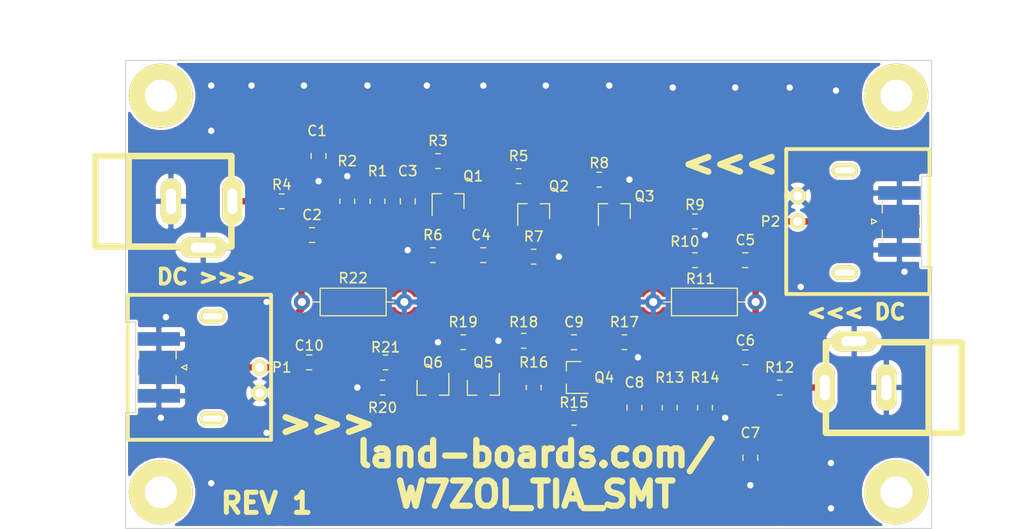
<source format=kicad_pcb>
(kicad_pcb (version 20171130) (host pcbnew "(5.1.10)-1")
  (layers (0 F.Cu signal) (31 B.Cu signal) (34 B.Paste user) (35 F.Paste user) (36 B.SilkS user) (37 F.SilkS user) (38 B.Mask user) (39 F.Mask user) (44 Edge.Cuts user))
  (net 0 "")
  (net 1 GND)
  (net 2 /V1)
  (net 3 "Net-(C3-Pad1)")
  (net 4 /V5)
  (net 5 "Net-(C8-Pad1)")
  (net 6 /V3)
  (net 7 /V4)
  (net 8 /V6)
  (net 9 /V7)
  (net 10 /V10)
  (net 11 /V8)
  (net 12 /V9)
  (net 13 /V2)
  (net 14 VCCRL)
  (net 15 VINLR)
  (net 16 VOUTLR)
  (net 17 /V2A)
  (net 18 /V7A)
  (net 19 /VCCLRF)
  (net 20 /VCCRLF)
  (net 21 VCCLR)
  (net 22 "Net-(Q3-Pad2)")
  (net 23 "Net-(Q6-Pad2)")
  (module Resistor_SMD:R_0805_2012Metric_Pad1.20x1.40mm_HandSolder (layer F.Cu) (at 279.44 97.5346 180)
    (fp_text reference R12 (at 0 2) (layer F.SilkS))
    (fp_text value 10)
    (fp_line (start -0.227064 0.735) (end 0.227064 0.735) (layer F.SilkS) (width 0.12))
    (fp_line (start -0.227064 -0.735) (end 0.227064 -0.735) (layer F.SilkS) (width 0.12))
    (pad 1 smd roundrect (at -1 0 180) (size 1.2 1.4) (layers F.Cu F.Paste F.Mask) (roundrect_rratio 0.2083325) (net 14 VCCRL))
    (pad 2 smd roundrect (at 1 0 180) (size 1.2 1.4) (layers F.Cu F.Paste F.Mask) (roundrect_rratio 0.2083325) (net 20 /VCCRLF))
  )
  (module Resistor_THT:R_Axial_DIN0207_L6.3mm_D2.5mm_P10.16mm_Horizontal (layer F.Cu) (at 277.065 89.0346 180)
    (fp_text reference R11 (at 5.475 2.3) (layer F.SilkS))
    (fp_text value 50)
    (fp_line (start 9.12 0) (end 8.35 0) (layer F.SilkS) (width 0.12))
    (fp_line (start 1.04 0) (end 1.81 0) (layer F.SilkS) (width 0.12))
    (fp_line (start 8.35 -1.37) (end 1.81 -1.37) (layer F.SilkS) (width 0.12))
    (fp_line (start 8.35 1.37) (end 8.35 -1.37) (layer F.SilkS) (width 0.12))
    (fp_line (start 1.81 1.37) (end 8.35 1.37) (layer F.SilkS) (width 0.12))
    (fp_line (start 1.81 -1.37) (end 1.81 1.37) (layer F.SilkS) (width 0.12))
    (pad 1 thru_hole circle (at 0 0 180) (size 1.6 1.6) (drill 0.8) (layers *.Cu *.Mask) (net 16 VOUTLR))
    (pad 2 thru_hole oval (at 10.16 0 180) (size 1.6 1.6) (drill 0.8) (layers *.Cu *.Mask) (net 1 GND))
  )
  (module Connector_Coaxial:SMA_Samtec_SMA-J-P-X-ST-EM1_EdgeMount (layer F.Cu) (at 217.84 95.5346 270)
    (fp_text reference P1 (at 0 -12.2 180) (layer F.SilkS))
    (fp_text value BNC)
    (fp_line (start -0.25 -2.76) (end 0 -2.26) (layer F.SilkS) (width 0.12))
    (fp_line (start 0.25 -2.76) (end -0.25 -2.76) (layer F.SilkS) (width 0.12))
    (fp_line (start 0 -2.26) (end 0.25 -2.76) (layer F.SilkS) (width 0.12))
    (fp_line (start -1.95 2) (end -0.84 2) (layer F.SilkS) (width 0.12))
    (fp_line (start 0.84 2) (end 1.95 2) (layer F.SilkS) (width 0.12))
    (fp_line (start -1.95 -1.71) (end -0.84 -1.71) (layer F.SilkS) (width 0.12))
    (fp_line (start 0.84 -1.71) (end 1.95 -1.71) (layer F.SilkS) (width 0.12))
    (pad 2 smd rect (at -2.825 0 270) (size 1.35 4.2) (layers B.Cu B.Paste B.Mask) (net 1 GND))
    (pad 2 smd rect (at 2.825 0 270) (size 1.35 4.2) (layers B.Cu B.Paste B.Mask) (net 1 GND))
    (pad 2 smd rect (at -2.825 0 270) (size 1.35 4.2) (layers F.Cu F.Paste F.Mask) (net 1 GND))
    (pad 2 smd rect (at 2.825 0 270) (size 1.35 4.2) (layers F.Cu F.Paste F.Mask) (net 1 GND))
    (pad 1 smd rect (at 0 0.2 270) (size 1.27 3.6) (layers F.Cu F.Paste F.Mask) (net 15 VINLR))
  )
  (module Connector_Coaxial:SMA_Samtec_SMA-J-P-X-ST-EM1_EdgeMount (layer F.Cu) (at 291.34 81.0346 90)
    (fp_text reference P2 (at 0 -12.8 180) (layer F.SilkS))
    (fp_text value BNC)
    (fp_line (start 0.84 -1.71) (end 1.95 -1.71) (layer F.SilkS) (width 0.12))
    (fp_line (start -1.95 -1.71) (end -0.84 -1.71) (layer F.SilkS) (width 0.12))
    (fp_line (start 0.84 2) (end 1.95 2) (layer F.SilkS) (width 0.12))
    (fp_line (start -1.95 2) (end -0.84 2) (layer F.SilkS) (width 0.12))
    (fp_line (start 0 -2.26) (end 0.25 -2.76) (layer F.SilkS) (width 0.12))
    (fp_line (start 0.25 -2.76) (end -0.25 -2.76) (layer F.SilkS) (width 0.12))
    (fp_line (start -0.25 -2.76) (end 0 -2.26) (layer F.SilkS) (width 0.12))
    (pad 1 smd rect (at 0 0.2 90) (size 1.27 3.6) (layers F.Cu F.Paste F.Mask) (net 16 VOUTLR))
    (pad 2 smd rect (at 2.825 0 90) (size 1.35 4.2) (layers F.Cu F.Paste F.Mask) (net 1 GND))
    (pad 2 smd rect (at -2.825 0 90) (size 1.35 4.2) (layers F.Cu F.Paste F.Mask) (net 1 GND))
    (pad 2 smd rect (at 2.825 0 90) (size 1.35 4.2) (layers B.Cu B.Paste B.Mask) (net 1 GND))
    (pad 2 smd rect (at -2.825 0 90) (size 1.35 4.2) (layers B.Cu B.Paste B.Mask) (net 1 GND))
  )
  (module LandBoards_Conns:BNC-RT-OVAL_MTG (layer F.Cu) (at 227.84 95.5346 90)
    (fp_text reference P3 hide)
    (fp_text value BNC hide)
    (fp_line (start -7.1882 1.13538) (end 7.21106 1.13538) (layer F.SilkS) (width 0.381))
    (fp_line (start 7.21106 -13.08354) (end 7.21106 1.1176) (layer F.SilkS) (width 0.381))
    (fp_line (start -7.19328 -13.07846) (end 7.20598 -13.07846) (layer F.SilkS) (width 0.381))
    (fp_line (start -7.1882 1.1176) (end -7.1882 -13.08354) (layer F.SilkS) (width 0.381))
    (pad 1 thru_hole circle (at 0 0 90) (size 1.5748 1.5748) (drill 0.889) (layers *.Cu *.Mask F.SilkS) (net 15 VINLR))
    (pad 2 thru_hole circle (at -2.54 0 90) (size 1.651 1.651) (drill 0.889) (layers *.Cu *.Mask F.SilkS) (net 1 GND))
    (pad "" thru_hole oval (at -5.08 -4.68 90) (size 1.4 2.6) (drill oval 0.6 2.00914) (layers *.Cu *.Mask F.SilkS))
    (pad "" thru_hole oval (at 5.08 -4.68 90) (size 1.4 2.6) (drill oval 0.6 2.00914) (layers *.Cu *.Mask F.SilkS))
  )
  (module LandBoards_Conns:BNC-RT-OVAL_MTG (layer F.Cu) (at 281.24 81.0346 270)
    (fp_text reference P4 hide)
    (fp_text value BNC hide)
    (fp_line (start -7.1882 1.1176) (end -7.1882 -13.08354) (layer F.SilkS) (width 0.381))
    (fp_line (start -7.19328 -13.07846) (end 7.20598 -13.07846) (layer F.SilkS) (width 0.381))
    (fp_line (start 7.21106 -13.08354) (end 7.21106 1.1176) (layer F.SilkS) (width 0.381))
    (fp_line (start -7.1882 1.13538) (end 7.21106 1.13538) (layer F.SilkS) (width 0.381))
    (pad "" thru_hole oval (at 5.08 -4.68 270) (size 1.4 2.6) (drill oval 0.6 2.00914) (layers *.Cu *.Mask F.SilkS))
    (pad "" thru_hole oval (at -5.08 -4.68 270) (size 1.4 2.6) (drill oval 0.6 2.00914) (layers *.Cu *.Mask F.SilkS))
    (pad 2 thru_hole circle (at -2.54 0 270) (size 1.651 1.651) (drill 0.889) (layers *.Cu *.Mask F.SilkS) (net 1 GND))
    (pad 1 thru_hole circle (at 0 0 270) (size 1.5748 1.5748) (drill 0.889) (layers *.Cu *.Mask F.SilkS) (net 16 VOUTLR))
  )
  (module Capacitor_SMD:C_0805_2012Metric_Pad1.18x1.45mm_HandSolder (layer F.Cu) (at 233.69 74.5346 270)
    (fp_text reference C1 (at -2.5 0.15 180) (layer F.SilkS))
    (fp_text value 0.1u)
    (fp_line (start -0.261252 0.735) (end 0.261252 0.735) (layer F.SilkS) (width 0.12))
    (fp_line (start -0.261252 -0.735) (end 0.261252 -0.735) (layer F.SilkS) (width 0.12))
    (pad 1 smd roundrect (at -1.0375 0 270) (size 1.175 1.45) (layers F.Cu F.Paste F.Mask) (roundrect_rratio 0.2127659574468085) (net 19 /VCCLRF))
    (pad 2 smd roundrect (at 1.0375 0 270) (size 1.175 1.45) (layers F.Cu F.Paste F.Mask) (roundrect_rratio 0.2127659574468085) (net 1 GND))
  )
  (module Capacitor_SMD:C_0805_2012Metric_Pad1.18x1.45mm_HandSolder (layer F.Cu) (at 233.04 82.3846 180)
    (fp_text reference C2 (at 0 2) (layer F.SilkS))
    (fp_text value 0.1u)
    (fp_line (start -0.261252 -0.735) (end 0.261252 -0.735) (layer F.SilkS) (width 0.12))
    (fp_line (start -0.261252 0.735) (end 0.261252 0.735) (layer F.SilkS) (width 0.12))
    (pad 2 smd roundrect (at 1.0375 0 180) (size 1.175 1.45) (layers F.Cu F.Paste F.Mask) (roundrect_rratio 0.2127659574468085) (net 15 VINLR))
    (pad 1 smd roundrect (at -1.0375 0 180) (size 1.175 1.45) (layers F.Cu F.Paste F.Mask) (roundrect_rratio 0.2127659574468085) (net 2 /V1))
  )
  (module Capacitor_SMD:C_0805_2012Metric_Pad1.18x1.45mm_HandSolder (layer F.Cu) (at 242.54 79.0346 270)
    (fp_text reference C3 (at -3 0 180) (layer F.SilkS))
    (fp_text value 0.1u)
    (fp_line (start -0.261252 0.735) (end 0.261252 0.735) (layer F.SilkS) (width 0.12))
    (fp_line (start -0.261252 -0.735) (end 0.261252 -0.735) (layer F.SilkS) (width 0.12))
    (pad 1 smd roundrect (at -1.0375 0 270) (size 1.175 1.45) (layers F.Cu F.Paste F.Mask) (roundrect_rratio 0.2127659574468085) (net 3 "Net-(C3-Pad1)"))
    (pad 2 smd roundrect (at 1.0375 0 270) (size 1.175 1.45) (layers F.Cu F.Paste F.Mask) (roundrect_rratio 0.2127659574468085) (net 2 /V1))
  )
  (module Capacitor_SMD:C_0805_2012Metric_Pad1.18x1.45mm_HandSolder (layer F.Cu) (at 250.04 84.3846 180)
    (fp_text reference C4 (at 0.23 2) (layer F.SilkS))
    (fp_text value 0.1u)
    (fp_line (start -0.261252 -0.735) (end 0.261252 -0.735) (layer F.SilkS) (width 0.12))
    (fp_line (start -0.261252 0.735) (end 0.261252 0.735) (layer F.SilkS) (width 0.12))
    (pad 2 smd roundrect (at 1.0375 0 180) (size 1.175 1.45) (layers F.Cu F.Paste F.Mask) (roundrect_rratio 0.2127659574468085) (net 13 /V2))
    (pad 1 smd roundrect (at -1.0375 0 180) (size 1.175 1.45) (layers F.Cu F.Paste F.Mask) (roundrect_rratio 0.2127659574468085) (net 17 /V2A))
  )
  (module Capacitor_SMD:C_0805_2012Metric_Pad1.18x1.45mm_HandSolder (layer F.Cu) (at 276.04 84.8846 180)
    (fp_text reference C5 (at 0 2) (layer F.SilkS))
    (fp_text value 0.1u)
    (fp_line (start -0.261252 -0.735) (end 0.261252 -0.735) (layer F.SilkS) (width 0.12))
    (fp_line (start -0.261252 0.735) (end 0.261252 0.735) (layer F.SilkS) (width 0.12))
    (pad 2 smd roundrect (at 1.0375 0 180) (size 1.175 1.45) (layers F.Cu F.Paste F.Mask) (roundrect_rratio 0.2127659574468085) (net 4 /V5))
    (pad 1 smd roundrect (at -1.0375 0 180) (size 1.175 1.45) (layers F.Cu F.Paste F.Mask) (roundrect_rratio 0.2127659574468085) (net 16 VOUTLR))
  )
  (module Capacitor_SMD:C_0805_2012Metric_Pad1.18x1.45mm_HandSolder (layer F.Cu) (at 276.04 94.5346)
    (fp_text reference C6 (at 0 -1.68) (layer F.SilkS))
    (fp_text value 0.1u)
    (fp_line (start -0.261252 0.735) (end 0.261252 0.735) (layer F.SilkS) (width 0.12))
    (fp_line (start -0.261252 -0.735) (end 0.261252 -0.735) (layer F.SilkS) (width 0.12))
    (pad 1 smd roundrect (at -1.0375 0) (size 1.175 1.45) (layers F.Cu F.Paste F.Mask) (roundrect_rratio 0.2127659574468085) (net 8 /V6))
    (pad 2 smd roundrect (at 1.0375 0) (size 1.175 1.45) (layers F.Cu F.Paste F.Mask) (roundrect_rratio 0.2127659574468085) (net 16 VOUTLR))
  )
  (module Capacitor_SMD:C_0805_2012Metric_Pad1.18x1.45mm_HandSolder (layer F.Cu) (at 276.54 104.5096 270)
    (fp_text reference C7 (at -2.475 0 180) (layer F.SilkS))
    (fp_text value 0.1u)
    (fp_line (start -0.261252 0.735) (end 0.261252 0.735) (layer F.SilkS) (width 0.12))
    (fp_line (start -0.261252 -0.735) (end 0.261252 -0.735) (layer F.SilkS) (width 0.12))
    (pad 1 smd roundrect (at -1.0375 0 270) (size 1.175 1.45) (layers F.Cu F.Paste F.Mask) (roundrect_rratio 0.2127659574468085) (net 20 /VCCRLF))
    (pad 2 smd roundrect (at 1.0375 0 270) (size 1.175 1.45) (layers F.Cu F.Paste F.Mask) (roundrect_rratio 0.2127659574468085) (net 1 GND))
  )
  (module Capacitor_SMD:C_0805_2012Metric_Pad1.18x1.45mm_HandSolder (layer F.Cu) (at 265.04 99.5346 90)
    (fp_text reference C8 (at 2.5 0 180) (layer F.SilkS))
    (fp_text value 0.1u)
    (fp_line (start -0.261252 -0.735) (end 0.261252 -0.735) (layer F.SilkS) (width 0.12))
    (fp_line (start -0.261252 0.735) (end 0.261252 0.735) (layer F.SilkS) (width 0.12))
    (pad 2 smd roundrect (at 1.0375 0 90) (size 1.175 1.45) (layers F.Cu F.Paste F.Mask) (roundrect_rratio 0.2127659574468085) (net 8 /V6))
    (pad 1 smd roundrect (at -1.0375 0 90) (size 1.175 1.45) (layers F.Cu F.Paste F.Mask) (roundrect_rratio 0.2127659574468085) (net 5 "Net-(C8-Pad1)"))
  )
  (module Capacitor_SMD:C_0805_2012Metric_Pad1.18x1.45mm_HandSolder (layer F.Cu) (at 259.04 93.0346)
    (fp_text reference C9 (at 0 -2) (layer F.SilkS))
    (fp_text value 0.1u)
    (fp_line (start -0.261252 0.735) (end 0.261252 0.735) (layer F.SilkS) (width 0.12))
    (fp_line (start -0.261252 -0.735) (end 0.261252 -0.735) (layer F.SilkS) (width 0.12))
    (pad 1 smd roundrect (at -1.0375 0) (size 1.175 1.45) (layers F.Cu F.Paste F.Mask) (roundrect_rratio 0.2127659574468085) (net 18 /V7A))
    (pad 2 smd roundrect (at 1.0375 0) (size 1.175 1.45) (layers F.Cu F.Paste F.Mask) (roundrect_rratio 0.2127659574468085) (net 9 /V7))
  )
  (module Capacitor_SMD:C_0805_2012Metric_Pad1.18x1.45mm_HandSolder (layer F.Cu) (at 232.76 95.0346)
    (fp_text reference C10 (at 0 -1.68) (layer F.SilkS))
    (fp_text value 0.1u)
    (fp_line (start -0.261252 -0.735) (end 0.261252 -0.735) (layer F.SilkS) (width 0.12))
    (fp_line (start -0.261252 0.735) (end 0.261252 0.735) (layer F.SilkS) (width 0.12))
    (pad 2 smd roundrect (at 1.0375 0) (size 1.175 1.45) (layers F.Cu F.Paste F.Mask) (roundrect_rratio 0.2127659574468085) (net 10 /V10))
    (pad 1 smd roundrect (at -1.0375 0) (size 1.175 1.45) (layers F.Cu F.Paste F.Mask) (roundrect_rratio 0.2127659574468085) (net 15 VINLR))
  )
  (module Resistor_SMD:R_0805_2012Metric_Pad1.20x1.40mm_HandSolder (layer F.Cu) (at 239.54 79.0346 270)
    (fp_text reference R1 (at -3 0 180) (layer F.SilkS))
    (fp_text value 10K)
    (fp_line (start -0.227064 -0.735) (end 0.227064 -0.735) (layer F.SilkS) (width 0.12))
    (fp_line (start -0.227064 0.735) (end 0.227064 0.735) (layer F.SilkS) (width 0.12))
    (pad 2 smd roundrect (at 1 0 270) (size 1.2 1.4) (layers F.Cu F.Paste F.Mask) (roundrect_rratio 0.2083325) (net 2 /V1))
    (pad 1 smd roundrect (at -1 0 270) (size 1.2 1.4) (layers F.Cu F.Paste F.Mask) (roundrect_rratio 0.2083325) (net 19 /VCCLRF))
  )
  (module Resistor_SMD:R_0805_2012Metric_Pad1.20x1.40mm_HandSolder (layer F.Cu) (at 236.54 79.0346 90)
    (fp_text reference R2 (at 4 0 180) (layer F.SilkS))
    (fp_text value 2.2K)
    (fp_line (start -0.227064 0.735) (end 0.227064 0.735) (layer F.SilkS) (width 0.12))
    (fp_line (start -0.227064 -0.735) (end 0.227064 -0.735) (layer F.SilkS) (width 0.12))
    (pad 1 smd roundrect (at -1 0 90) (size 1.2 1.4) (layers F.Cu F.Paste F.Mask) (roundrect_rratio 0.2083325) (net 2 /V1))
    (pad 2 smd roundrect (at 1 0 90) (size 1.2 1.4) (layers F.Cu F.Paste F.Mask) (roundrect_rratio 0.2083325) (net 1 GND))
  )
  (module Resistor_SMD:R_0805_2012Metric_Pad1.20x1.40mm_HandSolder (layer F.Cu) (at 245.54 75.0346 180)
    (fp_text reference R3 (at 0 2) (layer F.SilkS))
    (fp_text value 1.8K)
    (fp_line (start -0.227064 0.735) (end 0.227064 0.735) (layer F.SilkS) (width 0.12))
    (fp_line (start -0.227064 -0.735) (end 0.227064 -0.735) (layer F.SilkS) (width 0.12))
    (pad 1 smd roundrect (at -1 0 180) (size 1.2 1.4) (layers F.Cu F.Paste F.Mask) (roundrect_rratio 0.2083325) (net 6 /V3))
    (pad 2 smd roundrect (at 1 0 180) (size 1.2 1.4) (layers F.Cu F.Paste F.Mask) (roundrect_rratio 0.2083325) (net 3 "Net-(C3-Pad1)"))
  )
  (module Resistor_SMD:R_0805_2012Metric_Pad1.20x1.40mm_HandSolder (layer F.Cu) (at 230.04 79.0346)
    (fp_text reference R4 (at 0 -1.65) (layer F.SilkS))
    (fp_text value 10)
    (fp_line (start -0.227064 -0.735) (end 0.227064 -0.735) (layer F.SilkS) (width 0.12))
    (fp_line (start -0.227064 0.735) (end 0.227064 0.735) (layer F.SilkS) (width 0.12))
    (pad 2 smd roundrect (at 1 0) (size 1.2 1.4) (layers F.Cu F.Paste F.Mask) (roundrect_rratio 0.2083325) (net 19 /VCCLRF))
    (pad 1 smd roundrect (at -1 0) (size 1.2 1.4) (layers F.Cu F.Paste F.Mask) (roundrect_rratio 0.2083325) (net 21 VCCLR))
  )
  (module Resistor_SMD:R_0805_2012Metric_Pad1.20x1.40mm_HandSolder (layer F.Cu) (at 253.54 76.5346 180)
    (fp_text reference R5 (at 0 2) (layer F.SilkS))
    (fp_text value 330)
    (fp_line (start -0.227064 0.735) (end 0.227064 0.735) (layer F.SilkS) (width 0.12))
    (fp_line (start -0.227064 -0.735) (end 0.227064 -0.735) (layer F.SilkS) (width 0.12))
    (pad 1 smd roundrect (at -1 0 180) (size 1.2 1.4) (layers F.Cu F.Paste F.Mask) (roundrect_rratio 0.2083325) (net 19 /VCCLRF))
    (pad 2 smd roundrect (at 1 0 180) (size 1.2 1.4) (layers F.Cu F.Paste F.Mask) (roundrect_rratio 0.2083325) (net 6 /V3))
  )
  (module Resistor_SMD:R_0805_2012Metric_Pad1.20x1.40mm_HandSolder (layer F.Cu) (at 245.04 84.3846 180)
    (fp_text reference R6 (at 0 2) (layer F.SilkS))
    (fp_text value 180)
    (fp_line (start -0.227064 0.735) (end 0.227064 0.735) (layer F.SilkS) (width 0.12))
    (fp_line (start -0.227064 -0.735) (end 0.227064 -0.735) (layer F.SilkS) (width 0.12))
    (pad 1 smd roundrect (at -1 0 180) (size 1.2 1.4) (layers F.Cu F.Paste F.Mask) (roundrect_rratio 0.2083325) (net 13 /V2))
    (pad 2 smd roundrect (at 1 0 180) (size 1.2 1.4) (layers F.Cu F.Paste F.Mask) (roundrect_rratio 0.2083325) (net 1 GND))
  )
  (module Resistor_SMD:R_0805_2012Metric_Pad1.20x1.40mm_HandSolder (layer F.Cu) (at 255.04 84.5346)
    (fp_text reference R7 (at 0 -2) (layer F.SilkS))
    (fp_text value 4.7)
    (fp_line (start -0.227064 -0.735) (end 0.227064 -0.735) (layer F.SilkS) (width 0.12))
    (fp_line (start -0.227064 0.735) (end 0.227064 0.735) (layer F.SilkS) (width 0.12))
    (pad 2 smd roundrect (at 1 0) (size 1.2 1.4) (layers F.Cu F.Paste F.Mask) (roundrect_rratio 0.2083325) (net 1 GND))
    (pad 1 smd roundrect (at -1 0) (size 1.2 1.4) (layers F.Cu F.Paste F.Mask) (roundrect_rratio 0.2083325) (net 17 /V2A))
  )
  (module Resistor_SMD:R_0805_2012Metric_Pad1.20x1.40mm_HandSolder (layer F.Cu) (at 261.54 76.8846)
    (fp_text reference R8 (at 0 -1.65) (layer F.SilkS))
    (fp_text value 2.2K)
    (fp_line (start -0.227064 -0.735) (end 0.227064 -0.735) (layer F.SilkS) (width 0.12))
    (fp_line (start -0.227064 0.735) (end 0.227064 0.735) (layer F.SilkS) (width 0.12))
    (pad 2 smd roundrect (at 1 0) (size 1.2 1.4) (layers F.Cu F.Paste F.Mask) (roundrect_rratio 0.2083325) (net 1 GND))
    (pad 1 smd roundrect (at -1 0) (size 1.2 1.4) (layers F.Cu F.Paste F.Mask) (roundrect_rratio 0.2083325) (net 7 /V4))
  )
  (module Resistor_SMD:R_0805_2012Metric_Pad1.20x1.40mm_HandSolder (layer F.Cu) (at 271.04 81.0346)
    (fp_text reference R9 (at 0 -1.65) (layer F.SilkS))
    (fp_text value 470)
    (fp_line (start -0.227064 0.735) (end 0.227064 0.735) (layer F.SilkS) (width 0.12))
    (fp_line (start -0.227064 -0.735) (end 0.227064 -0.735) (layer F.SilkS) (width 0.12))
    (pad 1 smd roundrect (at -1 0) (size 1.2 1.4) (layers F.Cu F.Paste F.Mask) (roundrect_rratio 0.2083325) (net 22 "Net-(Q3-Pad2)"))
    (pad 2 smd roundrect (at 1 0) (size 1.2 1.4) (layers F.Cu F.Paste F.Mask) (roundrect_rratio 0.2083325) (net 1 GND))
  )
  (module Resistor_SMD:R_0805_2012Metric_Pad1.20x1.40mm_HandSolder (layer F.Cu) (at 271.04 84.8846 180)
    (fp_text reference R10 (at 1 1.85) (layer F.SilkS))
    (fp_text value 47)
    (fp_line (start -0.227064 -0.735) (end 0.227064 -0.735) (layer F.SilkS) (width 0.12))
    (fp_line (start -0.227064 0.735) (end 0.227064 0.735) (layer F.SilkS) (width 0.12))
    (pad 2 smd roundrect (at 1 0 180) (size 1.2 1.4) (layers F.Cu F.Paste F.Mask) (roundrect_rratio 0.2083325) (net 22 "Net-(Q3-Pad2)"))
    (pad 1 smd roundrect (at -1 0 180) (size 1.2 1.4) (layers F.Cu F.Paste F.Mask) (roundrect_rratio 0.2083325) (net 4 /V5))
  )
  (module Resistor_SMD:R_0805_2012Metric_Pad1.20x1.40mm_HandSolder (layer F.Cu) (at 268.54 99.5346 90)
    (fp_text reference R13 (at 3 0 180) (layer F.SilkS))
    (fp_text value 10K)
    (fp_line (start -0.227064 -0.735) (end 0.227064 -0.735) (layer F.SilkS) (width 0.12))
    (fp_line (start -0.227064 0.735) (end 0.227064 0.735) (layer F.SilkS) (width 0.12))
    (pad 2 smd roundrect (at 1 0 90) (size 1.2 1.4) (layers F.Cu F.Paste F.Mask) (roundrect_rratio 0.2083325) (net 8 /V6))
    (pad 1 smd roundrect (at -1 0 90) (size 1.2 1.4) (layers F.Cu F.Paste F.Mask) (roundrect_rratio 0.2083325) (net 20 /VCCRLF))
  )
  (module Resistor_SMD:R_0805_2012Metric_Pad1.20x1.40mm_HandSolder (layer F.Cu) (at 272.04 99.5346 270)
    (fp_text reference R14 (at -3 0 180) (layer F.SilkS))
    (fp_text value 2.2K)
    (fp_line (start -0.227064 0.735) (end 0.227064 0.735) (layer F.SilkS) (width 0.12))
    (fp_line (start -0.227064 -0.735) (end 0.227064 -0.735) (layer F.SilkS) (width 0.12))
    (pad 1 smd roundrect (at -1 0 270) (size 1.2 1.4) (layers F.Cu F.Paste F.Mask) (roundrect_rratio 0.2083325) (net 8 /V6))
    (pad 2 smd roundrect (at 1 0 270) (size 1.2 1.4) (layers F.Cu F.Paste F.Mask) (roundrect_rratio 0.2083325) (net 1 GND))
  )
  (module Resistor_SMD:R_0805_2012Metric_Pad1.20x1.40mm_HandSolder (layer F.Cu) (at 259.04 100.5346)
    (fp_text reference R15 (at 0 -1.5) (layer F.SilkS))
    (fp_text value 1.8K)
    (fp_line (start -0.227064 0.735) (end 0.227064 0.735) (layer F.SilkS) (width 0.12))
    (fp_line (start -0.227064 -0.735) (end 0.227064 -0.735) (layer F.SilkS) (width 0.12))
    (pad 1 smd roundrect (at -1 0) (size 1.2 1.4) (layers F.Cu F.Paste F.Mask) (roundrect_rratio 0.2083325) (net 11 /V8))
    (pad 2 smd roundrect (at 1 0) (size 1.2 1.4) (layers F.Cu F.Paste F.Mask) (roundrect_rratio 0.2083325) (net 5 "Net-(C8-Pad1)"))
  )
  (module Resistor_SMD:R_0805_2012Metric_Pad1.20x1.40mm_HandSolder (layer F.Cu) (at 255.04 97.5346 90)
    (fp_text reference R16 (at 2.5 0 180) (layer F.SilkS))
    (fp_text value 330)
    (fp_line (start -0.227064 -0.735) (end 0.227064 -0.735) (layer F.SilkS) (width 0.12))
    (fp_line (start -0.227064 0.735) (end 0.227064 0.735) (layer F.SilkS) (width 0.12))
    (pad 2 smd roundrect (at 1 0 90) (size 1.2 1.4) (layers F.Cu F.Paste F.Mask) (roundrect_rratio 0.2083325) (net 11 /V8))
    (pad 1 smd roundrect (at -1 0 90) (size 1.2 1.4) (layers F.Cu F.Paste F.Mask) (roundrect_rratio 0.2083325) (net 20 /VCCRLF))
  )
  (module Resistor_SMD:R_0805_2012Metric_Pad1.20x1.40mm_HandSolder (layer F.Cu) (at 264.04 93.0346)
    (fp_text reference R17 (at 0 -2) (layer F.SilkS))
    (fp_text value 180)
    (fp_line (start -0.227064 -0.735) (end 0.227064 -0.735) (layer F.SilkS) (width 0.12))
    (fp_line (start -0.227064 0.735) (end 0.227064 0.735) (layer F.SilkS) (width 0.12))
    (pad 2 smd roundrect (at 1 0) (size 1.2 1.4) (layers F.Cu F.Paste F.Mask) (roundrect_rratio 0.2083325) (net 1 GND))
    (pad 1 smd roundrect (at -1 0) (size 1.2 1.4) (layers F.Cu F.Paste F.Mask) (roundrect_rratio 0.2083325) (net 9 /V7))
  )
  (module Resistor_SMD:R_0805_2012Metric_Pad1.20x1.40mm_HandSolder (layer F.Cu) (at 254.04 92.8846 180)
    (fp_text reference R18 (at 0 1.85) (layer F.SilkS))
    (fp_text value 4.7)
    (fp_line (start -0.227064 -0.735) (end 0.227064 -0.735) (layer F.SilkS) (width 0.12))
    (fp_line (start -0.227064 0.735) (end 0.227064 0.735) (layer F.SilkS) (width 0.12))
    (pad 2 smd roundrect (at 1 0 180) (size 1.2 1.4) (layers F.Cu F.Paste F.Mask) (roundrect_rratio 0.2083325) (net 1 GND))
    (pad 1 smd roundrect (at -1 0 180) (size 1.2 1.4) (layers F.Cu F.Paste F.Mask) (roundrect_rratio 0.2083325) (net 18 /V7A))
  )
  (module Resistor_SMD:R_0805_2012Metric_Pad1.20x1.40mm_HandSolder (layer F.Cu) (at 248.04 93.0346 180)
    (fp_text reference R19 (at 0 2) (layer F.SilkS))
    (fp_text value 2.2K)
    (fp_line (start -0.227064 0.735) (end 0.227064 0.735) (layer F.SilkS) (width 0.12))
    (fp_line (start -0.227064 -0.735) (end 0.227064 -0.735) (layer F.SilkS) (width 0.12))
    (pad 1 smd roundrect (at -1 0 180) (size 1.2 1.4) (layers F.Cu F.Paste F.Mask) (roundrect_rratio 0.2083325) (net 12 /V9))
    (pad 2 smd roundrect (at 1 0 180) (size 1.2 1.4) (layers F.Cu F.Paste F.Mask) (roundrect_rratio 0.2083325) (net 1 GND))
  )
  (module Resistor_SMD:R_0805_2012Metric_Pad1.20x1.40mm_HandSolder (layer F.Cu) (at 240.04 97.5346 180)
    (fp_text reference R20 (at 0 -2) (layer F.SilkS))
    (fp_text value 470)
    (fp_line (start -0.227064 0.735) (end 0.227064 0.735) (layer F.SilkS) (width 0.12))
    (fp_line (start -0.227064 -0.735) (end 0.227064 -0.735) (layer F.SilkS) (width 0.12))
    (pad 1 smd roundrect (at -1 0 180) (size 1.2 1.4) (layers F.Cu F.Paste F.Mask) (roundrect_rratio 0.2083325) (net 23 "Net-(Q6-Pad2)"))
    (pad 2 smd roundrect (at 1 0 180) (size 1.2 1.4) (layers F.Cu F.Paste F.Mask) (roundrect_rratio 0.2083325) (net 1 GND))
  )
  (module Resistor_SMD:R_0805_2012Metric_Pad1.20x1.40mm_HandSolder (layer F.Cu) (at 240.34 95.0346)
    (fp_text reference R21 (at 0 -1.5) (layer F.SilkS))
    (fp_text value 47)
    (fp_line (start -0.227064 -0.735) (end 0.227064 -0.735) (layer F.SilkS) (width 0.12))
    (fp_line (start -0.227064 0.735) (end 0.227064 0.735) (layer F.SilkS) (width 0.12))
    (pad 2 smd roundrect (at 1 0) (size 1.2 1.4) (layers F.Cu F.Paste F.Mask) (roundrect_rratio 0.2083325) (net 23 "Net-(Q6-Pad2)"))
    (pad 1 smd roundrect (at -1 0) (size 1.2 1.4) (layers F.Cu F.Paste F.Mask) (roundrect_rratio 0.2083325) (net 10 /V10))
  )
  (module Package_TO_SOT_SMD:SOT-23 (layer F.Cu) (at 246.54 79.0346 90)
    (fp_text reference Q1 (at 2.5 2.5 180) (layer F.SilkS))
    (fp_text value MMBT3904)
    (fp_line (start 0.76 1.58) (end 0.76 0.65) (layer F.SilkS) (width 0.12))
    (fp_line (start 0.76 -1.58) (end 0.76 -0.65) (layer F.SilkS) (width 0.12))
    (fp_line (start 0.76 -1.58) (end -1.4 -1.58) (layer F.SilkS) (width 0.12))
    (fp_line (start 0.76 1.58) (end -0.7 1.58) (layer F.SilkS) (width 0.12))
    (pad 1 smd rect (at -1 -0.95 90) (size 0.9 0.8) (layers F.Cu F.Paste F.Mask) (net 2 /V1))
    (pad 2 smd rect (at -1 0.95 90) (size 0.9 0.8) (layers F.Cu F.Paste F.Mask) (net 13 /V2))
    (pad 3 smd rect (at 1 0 90) (size 0.9 0.8) (layers F.Cu F.Paste F.Mask) (net 6 /V3))
  )
  (module Package_TO_SOT_SMD:SOT-23 (layer F.Cu) (at 255.04 80.0346 90)
    (fp_text reference Q2 (at 2.5 2.5 180) (layer F.SilkS))
    (fp_text value MMBT3904)
    (fp_line (start 0.76 1.58) (end -0.7 1.58) (layer F.SilkS) (width 0.12))
    (fp_line (start 0.76 -1.58) (end -1.4 -1.58) (layer F.SilkS) (width 0.12))
    (fp_line (start 0.76 -1.58) (end 0.76 -0.65) (layer F.SilkS) (width 0.12))
    (fp_line (start 0.76 1.58) (end 0.76 0.65) (layer F.SilkS) (width 0.12))
    (pad 3 smd rect (at 1 0 90) (size 0.9 0.8) (layers F.Cu F.Paste F.Mask) (net 19 /VCCLRF))
    (pad 2 smd rect (at -1 0.95 90) (size 0.9 0.8) (layers F.Cu F.Paste F.Mask) (net 7 /V4))
    (pad 1 smd rect (at -1 -0.95 90) (size 0.9 0.8) (layers F.Cu F.Paste F.Mask) (net 6 /V3))
  )
  (module Package_TO_SOT_SMD:SOT-23 (layer F.Cu) (at 263.04 80.0346 90)
    (fp_text reference Q3 (at 1.5 3 180) (layer F.SilkS))
    (fp_text value MMBT3904)
    (fp_line (start 0.76 1.58) (end 0.76 0.65) (layer F.SilkS) (width 0.12))
    (fp_line (start 0.76 -1.58) (end 0.76 -0.65) (layer F.SilkS) (width 0.12))
    (fp_line (start 0.76 -1.58) (end -1.4 -1.58) (layer F.SilkS) (width 0.12))
    (fp_line (start 0.76 1.58) (end -0.7 1.58) (layer F.SilkS) (width 0.12))
    (pad 1 smd rect (at -1 -0.95 90) (size 0.9 0.8) (layers F.Cu F.Paste F.Mask) (net 7 /V4))
    (pad 2 smd rect (at -1 0.95 90) (size 0.9 0.8) (layers F.Cu F.Paste F.Mask) (net 22 "Net-(Q3-Pad2)"))
    (pad 3 smd rect (at 1 0 90) (size 0.9 0.8) (layers F.Cu F.Paste F.Mask) (net 19 /VCCLRF))
  )
  (module Package_TO_SOT_SMD:SOT-23 (layer F.Cu) (at 259.04 96.5346 180)
    (fp_text reference Q4 (at -3 0) (layer F.SilkS))
    (fp_text value MMBT3904)
    (fp_line (start 0.76 1.58) (end -0.7 1.58) (layer F.SilkS) (width 0.12))
    (fp_line (start 0.76 -1.58) (end -1.4 -1.58) (layer F.SilkS) (width 0.12))
    (fp_line (start 0.76 -1.58) (end 0.76 -0.65) (layer F.SilkS) (width 0.12))
    (fp_line (start 0.76 1.58) (end 0.76 0.65) (layer F.SilkS) (width 0.12))
    (pad 3 smd rect (at 1 0 180) (size 0.9 0.8) (layers F.Cu F.Paste F.Mask) (net 11 /V8))
    (pad 2 smd rect (at -1 0.95 180) (size 0.9 0.8) (layers F.Cu F.Paste F.Mask) (net 9 /V7))
    (pad 1 smd rect (at -1 -0.95 180) (size 0.9 0.8) (layers F.Cu F.Paste F.Mask) (net 8 /V6))
  )
  (module Package_TO_SOT_SMD:SOT-23 (layer F.Cu) (at 250.04 97.5346 270)
    (fp_text reference Q5 (at -2.5 0 180) (layer F.SilkS))
    (fp_text value MMBT3904)
    (fp_line (start 0.76 1.58) (end 0.76 0.65) (layer F.SilkS) (width 0.12))
    (fp_line (start 0.76 -1.58) (end 0.76 -0.65) (layer F.SilkS) (width 0.12))
    (fp_line (start 0.76 -1.58) (end -1.4 -1.58) (layer F.SilkS) (width 0.12))
    (fp_line (start 0.76 1.58) (end -0.7 1.58) (layer F.SilkS) (width 0.12))
    (pad 1 smd rect (at -1 -0.95 270) (size 0.9 0.8) (layers F.Cu F.Paste F.Mask) (net 11 /V8))
    (pad 2 smd rect (at -1 0.95 270) (size 0.9 0.8) (layers F.Cu F.Paste F.Mask) (net 12 /V9))
    (pad 3 smd rect (at 1 0 270) (size 0.9 0.8) (layers F.Cu F.Paste F.Mask) (net 20 /VCCRLF))
  )
  (module Package_TO_SOT_SMD:SOT-23 (layer F.Cu) (at 245.04 97.5346 270)
    (fp_text reference Q6 (at -2.5 0 180) (layer F.SilkS))
    (fp_text value MMBT3904)
    (fp_line (start 0.76 1.58) (end -0.7 1.58) (layer F.SilkS) (width 0.12))
    (fp_line (start 0.76 -1.58) (end -1.4 -1.58) (layer F.SilkS) (width 0.12))
    (fp_line (start 0.76 -1.58) (end 0.76 -0.65) (layer F.SilkS) (width 0.12))
    (fp_line (start 0.76 1.58) (end 0.76 0.65) (layer F.SilkS) (width 0.12))
    (pad 3 smd rect (at 1 0 270) (size 0.9 0.8) (layers F.Cu F.Paste F.Mask) (net 20 /VCCRLF))
    (pad 2 smd rect (at -1 0.95 270) (size 0.9 0.8) (layers F.Cu F.Paste F.Mask) (net 23 "Net-(Q6-Pad2)"))
    (pad 1 smd rect (at -1 -0.95 270) (size 0.9 0.8) (layers F.Cu F.Paste F.Mask) (net 12 /V9))
  )
  (module LandBoards_Conns:DCJ-NEW-Slotted (layer F.Cu) (at 219.04 79.0346)
    (fp_text reference J1 hide)
    (fp_text value DCJ0202 hide)
    (fp_line (start -7.5 4.5) (end 6 4.5) (layer F.SilkS) (width 0.65))
    (fp_line (start 6 -4.5) (end 6 4.5) (layer F.SilkS) (width 0.65))
    (fp_line (start -7.5 -4.5) (end 6 -4.5) (layer F.SilkS) (width 0.65))
    (fp_line (start -7.5 -4.5) (end -7.5 4.5) (layer F.SilkS) (width 0.65))
    (fp_line (start -4.2 4.5) (end -4.2 -4.5) (layer F.SilkS) (width 0.65))
    (pad 3 thru_hole oval (at 3.2 4.6) (size 4.6 2) (drill oval 2.54 1) (layers *.Cu *.Mask F.SilkS) (net 1 GND))
    (pad 1 thru_hole oval (at 6.1 0) (size 2 4.6) (drill oval 1 2.54) (layers *.Cu *.Mask F.SilkS) (net 21 VCCLR))
    (pad 2 thru_hole oval (at 0 0) (size 2 4.6) (drill oval 1 2.54) (layers *.Cu *.Mask F.SilkS) (net 1 GND))
  )
  (module LandBoards_Conns:DCJ-NEW-Slotted (layer F.Cu) (at 290.04 97.5346 180)
    (fp_text reference J2 hide)
    (fp_text value DCJ0202 hide)
    (fp_line (start -4.2 4.5) (end -4.2 -4.5) (layer F.SilkS) (width 0.65))
    (fp_line (start -7.5 -4.5) (end -7.5 4.5) (layer F.SilkS) (width 0.65))
    (fp_line (start -7.5 -4.5) (end 6 -4.5) (layer F.SilkS) (width 0.65))
    (fp_line (start 6 -4.5) (end 6 4.5) (layer F.SilkS) (width 0.65))
    (fp_line (start -7.5 4.5) (end 6 4.5) (layer F.SilkS) (width 0.65))
    (pad 2 thru_hole oval (at 0 0 180) (size 2 4.6) (drill oval 1 2.54) (layers *.Cu *.Mask F.SilkS) (net 1 GND))
    (pad 1 thru_hole oval (at 6.1 0 180) (size 2 4.6) (drill oval 1 2.54) (layers *.Cu *.Mask F.SilkS) (net 14 VCCRL))
    (pad 3 thru_hole oval (at 3.2 4.6 180) (size 4.6 2) (drill oval 2.54 1) (layers *.Cu *.Mask F.SilkS) (net 1 GND))
  )
  (module Resistor_THT:R_Axial_DIN0207_L6.3mm_D2.5mm_P10.16mm_Horizontal (layer F.Cu) (at 232.04 89.0346)
    (fp_text reference R22 (at 5.08 -2.37) (layer F.SilkS))
    (fp_text value 50)
    (fp_line (start 1.81 -1.37) (end 1.81 1.37) (layer F.SilkS) (width 0.12))
    (fp_line (start 1.81 1.37) (end 8.35 1.37) (layer F.SilkS) (width 0.12))
    (fp_line (start 8.35 1.37) (end 8.35 -1.37) (layer F.SilkS) (width 0.12))
    (fp_line (start 8.35 -1.37) (end 1.81 -1.37) (layer F.SilkS) (width 0.12))
    (fp_line (start 1.04 0) (end 1.81 0) (layer F.SilkS) (width 0.12))
    (fp_line (start 9.12 0) (end 8.35 0) (layer F.SilkS) (width 0.12))
    (pad 2 thru_hole oval (at 10.16 0) (size 1.6 1.6) (drill 0.8) (layers *.Cu *.Mask) (net 1 GND))
    (pad 1 thru_hole circle (at 0 0) (size 1.6 1.6) (drill 0.8) (layers *.Cu *.Mask) (net 15 VINLR))
  )
  (module LandBoards_MountHoles:MTG-4-40 (layer F.Cu) (at 218.04 107.9346)
    (fp_text reference MTG1 hide)
    (fp_text value MTG_HOLE hide)
    (pad 1 thru_hole circle (at 0 0) (size 6.35 6.35) (drill 3.175) (layers *.Cu *.Mask F.SilkS))
  )
  (module LandBoards_MountHoles:MTG-4-40 (layer F.Cu) (at 291.04 107.9346)
    (fp_text reference MTG2 hide)
    (fp_text value MTG_HOLE hide)
    (pad 1 thru_hole circle (at 0 0) (size 6.35 6.35) (drill 3.175) (layers *.Cu *.Mask F.SilkS))
  )
  (module LandBoards_MountHoles:MTG-4-40 (layer F.Cu) (at 291.04 68.5346)
    (fp_text reference MTG3 hide)
    (fp_text value MTG_HOLE hide)
    (pad 1 thru_hole circle (at 0 0) (size 6.35 6.35) (drill 3.175) (layers *.Cu *.Mask F.SilkS))
  )
  (module LandBoards_MountHoles:MTG-4-40 (layer F.Cu) (at 218.04 68.5346)
    (fp_text reference MTG?1 hide)
    (fp_text value MTG_HOLE hide)
    (pad 1 thru_hole circle (at 0 0) (size 6.35 6.35) (drill 3.175) (layers *.Cu *.Mask F.SilkS))
  )
  (gr_line (start 294.54 85.5346) (end 294.54 111.5346) (layer Edge.Cuts) (width 0.1))
  (gr_line (start 293.54 76.5346) (end 294.04 76.5346) (layer Edge.Cuts) (width 0.1))
  (gr_line (start 293.54 85.5346) (end 293.54 76.5346) (layer Edge.Cuts) (width 0.1))
  (gr_line (start 294.04 85.5346) (end 293.54 85.5346) (layer Edge.Cuts) (width 0.1))
  (gr_line (start 215.54 91.0346) (end 215.04 91.0346) (layer Edge.Cuts) (width 0.1))
  (gr_line (start 215.54 100.0346) (end 215.54 91.0346) (layer Edge.Cuts) (width 0.1))
  (gr_line (start 215.04 100.0346) (end 215.54 100.0346) (layer Edge.Cuts) (width 0.1))
  (gr_line (start 214.54 100.0346) (end 214.54 111.5346) (layer Edge.Cuts) (width 0.1))
  (gr_line (start 215.04 91.0346) (end 214.54 91.0346) (layer Edge.Cuts) (width 0.1))
  (gr_line (start 214.54 100.0346) (end 215.04 100.0346) (layer Edge.Cuts) (width 0.1))
  (gr_line (start 294.04 85.5346) (end 294.54 85.5346) (layer Edge.Cuts) (width 0.1))
  (gr_line (start 294.54 76.5346) (end 294.04 76.5346) (layer Edge.Cuts) (width 0.1))
  (gr_text "<<< DC" (at 287.04 90.0346) (layer F.SilkS) (effects (font (size 1.5 1.5) (thickness 0.375))))
  (gr_text "DC >>>" (at 222.54 86.5346) (layer F.SilkS) (effects (font (size 1.5 1.5) (thickness 0.375))))
  (gr_line (start 214.54 111.5346) (end 215.04 111.5346) (layer Edge.Cuts) (width 0.1))
  (gr_line (start 214.54 65.0346) (end 214.54 91.0346) (layer Edge.Cuts) (width 0.1))
  (gr_line (start 294.54 111.5346) (end 215.04 111.5346) (layer Edge.Cuts) (width 0.1))
  (gr_line (start 294.54 65.0346) (end 294.54 76.5346) (layer Edge.Cuts) (width 0.1))
  (gr_line (start 214.54 65.0346) (end 294.54 65.0346) (layer Edge.Cuts) (width 0.1))
  (gr_text "REV 1" (at 228.54 109.0346) (layer F.SilkS) (effects (font (size 2 2) (thickness 0.5))))
  (gr_text "land-boards.com/\nW7ZOI_TIA_SMT" (at 255.24 106.1346) (layer F.SilkS) (effects (font (size 2.5 2.5) (thickness 0.625))))
  (gr_text >>> (at 274.54 75.5346 180) (layer F.SilkS) (effects (font (size 2.54 2.54) (thickness 0.635))))
  (gr_text >>> (at 234.54 101.0346) (layer F.SilkS) (effects (font (size 2.54 2.54) (thickness 0.635))))
  (via (at 245.54 93.0346) (size 0.889) (drill 0.635) (layers F.Cu B.Cu) (net 1))
  (segment (start 245.54 93.0346) (end 247.04 93.0346) (width 0.254) (layer F.Cu) (net 1))
  (via (at 251.54 92.8846) (size 0.889) (drill 0.635) (layers F.Cu B.Cu) (net 1))
  (segment (start 253.04 92.8846) (end 251.54 92.8846) (width 0.254) (layer F.Cu) (net 1))
  (segment (start 243.04 84.3846) (end 242.54 83.8846) (width 0.254) (layer F.Cu) (net 1))
  (segment (start 244.04 84.3846) (end 243.04 84.3846) (width 0.254) (layer F.Cu) (net 1))
  (via (at 264.54 76.8846) (size 0.889) (drill 0.635) (layers F.Cu B.Cu) (net 1))
  (segment (start 263.04 76.8846) (end 264.54 76.8846) (width 0.254) (layer F.Cu) (net 1))
  (via (at 233.69 77.0346) (size 0.889) (drill 0.635) (layers F.Cu B.Cu) (net 1))
  (segment (start 233.69 75.5721) (end 233.69 77.0346) (width 0.254) (layer F.Cu) (net 1))
  (via (at 272.04 82.3846) (size 0.889) (drill 0.635) (layers F.Cu B.Cu) (net 1))
  (segment (start 272.04 80.8846) (end 272.04 82.3846) (width 0.254) (layer F.Cu) (net 1))
  (via (at 268.84 67.7346) (size 0.889) (drill 0.635) (layers F.Cu B.Cu) (net 1))
  (via (at 281.54 87.5346) (size 0.889) (drill 0.635) (layers F.Cu B.Cu) (net 1))
  (via (at 218.04 100.5346) (size 0.889) (drill 0.635) (layers F.Cu B.Cu) (net 1))
  (via (at 228.54 89.0346) (size 0.889) (drill 0.635) (layers F.Cu B.Cu) (net 1))
  (via (at 265.39 94.5346) (size 0.889) (drill 0.635) (layers F.Cu B.Cu) (net 1))
  (segment (start 265.39 93.0346) (end 265.39 94.5346) (width 0.254) (layer F.Cu) (net 1))
  (via (at 291.84 86.0346) (size 0.889) (drill 0.635) (layers F.Cu B.Cu) (net 1))
  (via (at 285.04 68.0346) (size 0.889) (drill 0.635) (layers F.Cu B.Cu) (net 1))
  (via (at 275.04 67.7346) (size 0.889) (drill 0.635) (layers F.Cu B.Cu) (net 1))
  (via (at 262.54 67.5346) (size 0.889) (drill 0.635) (layers F.Cu B.Cu) (net 1))
  (via (at 250.04 67.5346) (size 0.889) (drill 0.635) (layers F.Cu B.Cu) (net 1))
  (via (at 238.54 67.5346) (size 0.889) (drill 0.635) (layers F.Cu B.Cu) (net 1))
  (via (at 227.04 67.5346) (size 0.889) (drill 0.635) (layers F.Cu B.Cu) (net 1))
  (via (at 223.04 72.0346) (size 0.889) (drill 0.635) (layers F.Cu B.Cu) (net 1))
  (via (at 218.54 90.5346) (size 0.889) (drill 0.635) (layers F.Cu B.Cu) (net 1))
  (via (at 223.04 67.5346) (size 0.889) (drill 0.635) (layers F.Cu B.Cu) (net 1))
  (via (at 228.54 102.0346) (size 0.889) (drill 0.635) (layers F.Cu B.Cu) (net 1))
  (via (at 223.04 107.0346) (size 0.889) (drill 0.635) (layers F.Cu B.Cu) (net 1))
  (via (at 280.44 67.7346) (size 0.889) (drill 0.635) (layers F.Cu B.Cu) (net 1))
  (via (at 244.44 67.5346) (size 0.889) (drill 0.635) (layers F.Cu B.Cu) (net 1))
  (via (at 284.54 109.5346) (size 0.889) (drill 0.635) (layers F.Cu B.Cu) (net 1))
  (via (at 284.54 105.0346) (size 0.889) (drill 0.635) (layers F.Cu B.Cu) (net 1))
  (via (at 256.24 67.5346) (size 0.889) (drill 0.635) (layers F.Cu B.Cu) (net 1))
  (via (at 232.24 67.5346) (size 0.889) (drill 0.635) (layers F.Cu B.Cu) (net 1))
  (via (at 276.54 107.2346) (size 0.889) (drill 0.635) (layers F.Cu B.Cu) (net 1))
  (segment (start 276.54 105.5471) (end 276.54 107.2346) (width 0.635) (layer F.Cu) (net 1))
  (segment (start 272.04 100.5346) (end 274.04 100.5346) (width 0.635) (layer F.Cu) (net 1))
  (via (at 274.04 100.5346) (size 0.889) (drill 0.635) (layers F.Cu B.Cu) (net 1))
  (via (at 237.54 97.5346) (size 0.889) (drill 0.635) (layers F.Cu B.Cu) (net 1))
  (segment (start 239.04 97.5346) (end 237.54 97.5346) (width 0.635) (layer F.Cu) (net 1))
  (via (at 257.54 84.5346) (size 0.889) (drill 0.635) (layers F.Cu B.Cu) (net 1))
  (segment (start 256.04 84.5346) (end 257.54 84.5346) (width 0.635) (layer F.Cu) (net 1))
  (via (at 242.54 83.8846) (size 0.889) (drill 0.635) (layers F.Cu B.Cu) (net 1))
  (via (at 236.54 76.5346) (size 0.889) (drill 0.635) (layers F.Cu B.Cu) (net 1))
  (segment (start 236.54 78.0346) (end 236.54 76.5346) (width 0.635) (layer F.Cu) (net 1))
  (segment (start 239.54 80.0346) (end 236.54 80.0346) (width 0.635) (layer F.Cu) (net 2))
  (segment (start 239.64 79.9346) (end 239.54 80.0346) (width 0.635) (layer F.Cu) (net 2))
  (segment (start 242.5025 80.0346) (end 242.54 80.0721) (width 0.635) (layer F.Cu) (net 2))
  (segment (start 240.04 80.0346) (end 242.5025 80.0346) (width 0.635) (layer F.Cu) (net 2))
  (segment (start 242.5775 80.0346) (end 242.54 80.0721) (width 0.635) (layer F.Cu) (net 2))
  (segment (start 245.59 80.0346) (end 242.5775 80.0346) (width 0.635) (layer F.Cu) (net 2))
  (segment (start 236.54 81.5346) (end 236.54 80.0346) (width 0.635) (layer F.Cu) (net 2))
  (segment (start 235.69 82.3846) (end 236.54 81.5346) (width 0.635) (layer F.Cu) (net 2))
  (segment (start 234.0775 82.3846) (end 235.69 82.3846) (width 0.635) (layer F.Cu) (net 2))
  (segment (start 242.54 77.9971) (end 242.54 76.0346) (width 0.635) (layer F.Cu) (net 3))
  (segment (start 243.54 75.0346) (end 244.54 75.0346) (width 0.635) (layer F.Cu) (net 3))
  (segment (start 242.54 76.0346) (end 243.54 75.0346) (width 0.635) (layer F.Cu) (net 3))
  (segment (start 272.04 84.8846) (end 275.0025 84.8846) (width 0.635) (layer F.Cu) (net 4))
  (segment (start 265.0025 100.5346) (end 265.04 100.5721) (width 0.635) (layer F.Cu) (net 5))
  (segment (start 260.04 100.5346) (end 265.0025 100.5346) (width 0.635) (layer F.Cu) (net 5))
  (segment (start 252.64 81.0346) (end 252.54 80.9346) (width 0.635) (layer F.Cu) (net 6))
  (segment (start 254.09 81.0346) (end 252.64 81.0346) (width 0.635) (layer F.Cu) (net 6))
  (segment (start 246.54 78.0346) (end 246.54 75.0346) (width 0.635) (layer F.Cu) (net 6))
  (segment (start 252.54 78.0346) (end 252.54 76.8846) (width 0.635) (layer F.Cu) (net 6))
  (segment (start 252.54 80.9346) (end 252.54 78.0346) (width 0.635) (layer F.Cu) (net 6))
  (segment (start 246.54 78.0346) (end 252.54 78.0346) (width 0.635) (layer F.Cu) (net 6))
  (segment (start 260.54 76.8846) (end 260.54 80.9346) (width 0.635) (layer F.Cu) (net 7))
  (segment (start 260.64 81.0346) (end 260.54 80.9346) (width 0.635) (layer F.Cu) (net 7))
  (segment (start 262.09 81.0346) (end 260.64 81.0346) (width 0.635) (layer F.Cu) (net 7))
  (segment (start 255.99 81.0346) (end 260.64 81.0346) (width 0.635) (layer F.Cu) (net 7))
  (segment (start 260.04 97.4846) (end 262.49 97.4846) (width 0.635) (layer F.Cu) (net 8))
  (segment (start 263.5025 98.4971) (end 265.04 98.4971) (width 0.635) (layer F.Cu) (net 8))
  (segment (start 262.49 97.4846) (end 263.5025 98.4971) (width 0.635) (layer F.Cu) (net 8))
  (segment (start 268.5025 98.4971) (end 268.54 98.5346) (width 0.635) (layer F.Cu) (net 8))
  (segment (start 265.04 98.4971) (end 268.5025 98.4971) (width 0.635) (layer F.Cu) (net 8))
  (segment (start 268.54 98.5346) (end 272.04 98.5346) (width 0.635) (layer F.Cu) (net 8))
  (segment (start 272.04 98.5346) (end 272.04 96.0346) (width 0.635) (layer F.Cu) (net 8))
  (segment (start 273.54 94.5346) (end 275.0025 94.5346) (width 0.635) (layer F.Cu) (net 8))
  (segment (start 272.04 96.0346) (end 273.54 94.5346) (width 0.635) (layer F.Cu) (net 8))
  (segment (start 263.39 93.0346) (end 260.0775 93.0346) (width 0.635) (layer F.Cu) (net 9))
  (segment (start 260.04 93.0721) (end 260.0775 93.0346) (width 0.635) (layer F.Cu) (net 9))
  (segment (start 260.04 95.5846) (end 260.04 93.0721) (width 0.635) (layer F.Cu) (net 9))
  (segment (start 239.315 95.0096) (end 239.34 95.0346) (width 0.635) (layer F.Cu) (net 10))
  (segment (start 233.7975 95.0096) (end 239.315 95.0096) (width 0.635) (layer F.Cu) (net 10))
  (segment (start 258.04 100.5346) (end 258.04 96.5346) (width 0.635) (layer F.Cu) (net 11))
  (segment (start 250.99 96.5346) (end 255.04 96.5346) (width 0.635) (layer F.Cu) (net 11))
  (segment (start 258.04 96.5346) (end 255.04 96.5346) (width 0.635) (layer F.Cu) (net 11))
  (segment (start 249.09 93.0596) (end 249.04 93.0096) (width 0.635) (layer F.Cu) (net 12))
  (segment (start 249.09 96.5346) (end 249.09 93.0596) (width 0.635) (layer F.Cu) (net 12))
  (segment (start 245.99 96.5346) (end 249.09 96.5346) (width 0.635) (layer F.Cu) (net 12))
  (segment (start 247.39 84.3846) (end 249.0025 84.3846) (width 0.635) (layer F.Cu) (net 13))
  (segment (start 246.04 84.3846) (end 247.39 84.3846) (width 0.635) (layer F.Cu) (net 13))
  (segment (start 247.49 84.2846) (end 247.39 84.3846) (width 0.635) (layer F.Cu) (net 13))
  (segment (start 247.49 80.0346) (end 247.49 84.2846) (width 0.635) (layer F.Cu) (net 13))
  (segment (start 280.44 97.5346) (end 283.94 97.5346) (width 0.635) (layer F.Cu) (net 14))
  (segment (start 231.7225 94.0096) (end 231.7225 90.3271) (width 0.254) (layer F.Cu) (net 15))
  (segment (start 231.7225 94.0096) (end 231.7225 91.2521) (width 0.635) (layer F.Cu) (net 15))
  (segment (start 231.7225 91.2521) (end 231.7225 90.8271) (width 0.635) (layer F.Cu) (net 15))
  (segment (start 231.79 90.0846) (end 231.7225 90.0171) (width 0.635) (layer F.Cu) (net 15))
  (segment (start 231.7225 91.2521) (end 231.7225 90.0171) (width 0.635) (layer F.Cu) (net 15))
  (segment (start 232.0025 89.7371) (end 231.7225 90.0171) (width 0.635) (layer F.Cu) (net 15))
  (segment (start 232.0025 82.3846) (end 232.0025 89.7371) (width 0.635) (layer F.Cu) (net 15))
  (segment (start 217.64 95.5346) (end 227.84 95.5346) (width 0.635) (layer F.Cu) (net 15))
  (segment (start 231.04 95.5346) (end 231.7225 94.8521) (width 0.635) (layer F.Cu) (net 15))
  (segment (start 231.7225 94.8521) (end 231.7225 94.0096) (width 0.635) (layer F.Cu) (net 15))
  (segment (start 227.84 95.5346) (end 231.04 95.5346) (width 0.635) (layer F.Cu) (net 15))
  (segment (start 277.0775 81.4971) (end 277.0775 86.8846) (width 0.635) (layer F.Cu) (net 16))
  (segment (start 277.065 84.8971) (end 277.0775 84.8846) (width 0.635) (layer F.Cu) (net 16))
  (segment (start 277.065 95.0221) (end 277.065 86.8971) (width 0.635) (layer F.Cu) (net 16))
  (segment (start 281.24 81.0346) (end 277.54 81.0346) (width 0.635) (layer F.Cu) (net 16))
  (segment (start 277.54 81.0346) (end 277.0775 81.4971) (width 0.635) (layer F.Cu) (net 16))
  (segment (start 292.04 81.0346) (end 281.24 81.0346) (width 0.635) (layer F.Cu) (net 16))
  (segment (start 277.065 95.0221) (end 277.0775 95.0346) (width 0.635) (layer F.Cu) (net 16))
  (segment (start 251.0775 84.3846) (end 254.04 84.3846) (width 0.635) (layer F.Cu) (net 17))
  (segment (start 255.04 92.8846) (end 258.0025 92.8846) (width 0.635) (layer F.Cu) (net 18))
  (segment (start 255.04 79.0346) (end 255.04 78.5346) (width 0.635) (layer F.Cu) (net 19))
  (segment (start 254.54 78.0346) (end 254.54 76.5346) (width 0.635) (layer F.Cu) (net 19))
  (segment (start 255.04 78.5346) (end 254.54 78.0346) (width 0.635) (layer F.Cu) (net 19))
  (segment (start 250.04 98.5346) (end 255.04 98.5346) (width 0.635) (layer F.Cu) (net 20))
  (segment (start 229.04 79.0346) (end 225.14 79.0346) (width 0.635) (layer F.Cu) (net 21))
  (segment (start 263.99 81.0346) (end 270.04 81.0346) (width 0.635) (layer F.Cu) (net 22))
  (segment (start 270.04 84.8846) (end 270.04 81.0346) (width 0.635) (layer F.Cu) (net 22))
  (segment (start 244.09 96.5346) (end 242.04 96.5346) (width 0.635) (layer F.Cu) (net 23))
  (segment (start 242.04 96.5346) (end 241.04 97.5346) (width 0.635) (layer F.Cu) (net 23))
  (segment (start 241.34 95.8346) (end 242.04 96.5346) (width 0.635) (layer F.Cu) (net 23))
  (segment (start 241.34 95.0346) (end 241.34 95.8346) (width 0.635) (layer F.Cu) (net 23))
  (zone (net 1) (net_name GND) (layer B.Cu) (connect_pads (clearance 0.2032)) (min_thickness 0.254) (fill yes (arc_segments 32) (thermal_gap 0.508) (thermal_bridge_width 0.508))
    (polygon (pts (xy 294.54 111.5346) (xy 214.54 111.5346) (xy 214.54 65.0346) (xy 294.54 65.0346)))
  )
  (zone (net 1) (net_name GND) (layer F.Cu) (connect_pads (clearance 0.2032)) (min_thickness 0.254) (fill yes (arc_segments 32) (thermal_gap 0.508) (thermal_bridge_width 0.508))
    (polygon (pts (xy 294.738441 111.5346) (xy 279.99 111.5346) (xy 279.99 70.0346) (xy 229.515 70.0346) (xy 229.515 111.5346) (xy 214.54 111.5346) (xy 214.738441 65.0346) (xy 294.738441 65.0346)))
  )
  (zone (net 20) (net_name /VCCRLF) (layer F.Cu) (connect_pads (clearance 0.2032)) (min_thickness 0.254) (fill yes (arc_segments 32) (thermal_gap 0.508) (thermal_bridge_width 0.508))
    (polygon (pts (xy 279.04 111.5346) (xy 230.04 111.5346) (xy 230.04 89.5346) (xy 279.04 89.5346)))
  )
  (zone (net 19) (net_name /VCCLRF) (layer F.Cu) (connect_pads (clearance 0.2032)) (min_thickness 0.254) (fill yes (arc_segments 32) (thermal_gap 0.508) (thermal_bridge_width 0.508))
    (polygon (pts (xy 279.04 88.5346) (xy 230.04 88.5346) (xy 230.04 70.5346) (xy 279.04 70.5346)))
  )
)
</source>
